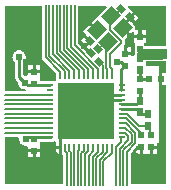
<source format=gtl>
%FSLAX24Y24*%
%MOIN*%
G70*
G01*
G75*
G04 Layer_Physical_Order=1*
G04 Layer_Color=255*
%ADD10R,0.0197X0.0256*%
%ADD11R,0.0197X0.0236*%
%ADD12R,0.0236X0.0197*%
%ADD13R,0.0400X0.0370*%
G04:AMPARAMS|DCode=14|XSize=47.2mil|YSize=43.3mil|CornerRadius=0mil|HoleSize=0mil|Usage=FLASHONLY|Rotation=225.000|XOffset=0mil|YOffset=0mil|HoleType=Round|Shape=Rectangle|*
%AMROTATEDRECTD14*
4,1,4,0.0014,0.0320,0.0320,0.0014,-0.0014,-0.0320,-0.0320,-0.0014,0.0014,0.0320,0.0*
%
%ADD14ROTATEDRECTD14*%

%ADD15O,0.0256X0.0079*%
%ADD16O,0.0079X0.0256*%
%ADD17R,0.1850X0.1850*%
G04:AMPARAMS|DCode=18|XSize=19.7mil|YSize=23.6mil|CornerRadius=0mil|HoleSize=0mil|Usage=FLASHONLY|Rotation=225.000|XOffset=0mil|YOffset=0mil|HoleType=Round|Shape=Rectangle|*
%AMROTATEDRECTD18*
4,1,4,-0.0014,0.0153,0.0153,-0.0014,0.0014,-0.0153,-0.0153,0.0014,-0.0014,0.0153,0.0*
%
%ADD18ROTATEDRECTD18*%

%ADD19C,0.0370*%
%ADD20C,0.0080*%
%ADD21C,0.0090*%
%ADD22C,0.0060*%
%ADD23C,0.0240*%
%ADD24C,0.0260*%
G36*
X2670Y2169D02*
X2517D01*
X2510Y2170D01*
X1948D01*
Y2269D01*
X1988D01*
Y2437D01*
X1592D01*
Y2269D01*
X1632D01*
Y1982D01*
X1631Y1979D01*
X1626Y1952D01*
X1625Y1924D01*
X1626Y1897D01*
X1626Y1897D01*
D01*
X1597Y1860D01*
X1488D01*
Y1867D01*
X1290D01*
Y1967D01*
X1488D01*
Y2135D01*
X1275D01*
X1256Y2181D01*
X1262Y2188D01*
X1276Y2203D01*
X1286Y2221D01*
X1294Y2240D01*
X1294Y2240D01*
X1294Y2240D01*
Y2240D01*
X1299Y2260D01*
X1300Y2280D01*
Y2360D01*
X1299Y2380D01*
X1295Y2396D01*
X1294Y2400D01*
X1292Y2405D01*
X1410Y2523D01*
X1186Y2746D01*
X1257Y2817D01*
X1481Y2593D01*
X1545Y2658D01*
X1592Y2639D01*
Y2537D01*
X1740D01*
Y2705D01*
X1658D01*
X1639Y2751D01*
X1683Y2796D01*
X1558Y2921D01*
X1578Y2941D01*
X1424Y3095D01*
X1459Y3131D01*
X1424Y3166D01*
X1564Y3306D01*
X1445Y3425D01*
X1389Y3482D01*
X1408Y3528D01*
X2670D01*
Y2169D01*
D02*
G37*
G36*
Y1288D02*
X2547D01*
Y1090D01*
Y892D01*
X2670D01*
Y-2430D01*
X1500D01*
Y-1396D01*
X1595Y-1301D01*
X1642Y-1321D01*
Y-1415D01*
X1790D01*
Y-1197D01*
X1890D01*
Y-1415D01*
X2120D01*
Y-1197D01*
X2170D01*
Y-1147D01*
X2368D01*
Y-1070D01*
X2430D01*
Y892D01*
X2447D01*
Y1090D01*
Y1288D01*
X2430D01*
Y1500D01*
X1990D01*
Y1679D01*
X2510D01*
X2517Y1679D01*
X2670D01*
Y1288D01*
D02*
G37*
G36*
X-1470Y1800D02*
X-1469Y1780D01*
X-1464Y1760D01*
X-1459Y1749D01*
X-1456Y1741D01*
X-1445Y1724D01*
X-1432Y1708D01*
X-1006Y1282D01*
X-1006Y1280D01*
Y1102D01*
X-1004Y1080D01*
X-999Y1059D01*
X-999Y1059D01*
X-999Y1059D01*
X-998Y1025D01*
X-1025D01*
Y998D01*
X-1059Y999D01*
X-1059Y999D01*
X-1059Y999D01*
X-1080Y1004D01*
X-1102Y1006D01*
X-1152D01*
X-1168Y1010D01*
X-1191Y1012D01*
X-1522D01*
Y1097D01*
Y1265D01*
X-1918D01*
Y1236D01*
X-1952Y1168D01*
X-1959Y1163D01*
X-1982Y1171D01*
X-2011Y1177D01*
X-2040Y1179D01*
X-2048Y1178D01*
X-2084Y1212D01*
Y1653D01*
X-2074Y1662D01*
X-2055Y1684D01*
X-2039Y1708D01*
X-2026Y1734D01*
X-2017Y1761D01*
X-2011Y1789D01*
X-2009Y1818D01*
X-2011Y1847D01*
X-2017Y1875D01*
X-2026Y1902D01*
X-2039Y1928D01*
X-2055Y1952D01*
X-2074Y1974D01*
X-2095Y1993D01*
X-2119Y2009D01*
X-2145Y2022D01*
X-2172Y2031D01*
X-2201Y2037D01*
X-2230Y2039D01*
X-2258Y2037D01*
X-2287Y2031D01*
X-2314Y2022D01*
X-2340Y2009D01*
X-2364Y1993D01*
X-2385Y1974D01*
X-2404Y1952D01*
X-2420Y1928D01*
X-2433Y1902D01*
X-2442Y1875D01*
X-2448Y1847D01*
X-2450Y1818D01*
X-2448Y1789D01*
X-2442Y1761D01*
X-2433Y1734D01*
X-2420Y1708D01*
X-2404Y1684D01*
X-2385Y1662D01*
X-2375Y1653D01*
Y1148D01*
X-2375Y1148D01*
X-2375D01*
X-2373Y1125D01*
X-2368Y1103D01*
X-2359Y1082D01*
X-2347Y1063D01*
X-2332Y1045D01*
X-2259Y972D01*
X-2260Y958D01*
X-2258Y929D01*
X-2252Y901D01*
X-2243Y874D01*
X-2230Y848D01*
X-2214Y824D01*
X-2195Y802D01*
X-2174Y783D01*
X-2150Y767D01*
X-2124Y754D01*
X-2097Y745D01*
X-2068Y740D01*
X-2040Y738D01*
X-2035Y738D01*
X-2002Y700D01*
X-2006Y680D01*
X-2699D01*
Y3528D01*
X-1470D01*
Y1800D01*
D02*
G37*
G36*
X-2226Y-878D02*
X-2229Y-891D01*
X-2230Y-920D01*
X-2229Y-949D01*
X-2223Y-977D01*
X-2214Y-1004D01*
X-2201Y-1030D01*
X-2185Y-1054D01*
X-2166Y-1076D01*
X-2144Y-1095D01*
X-2120Y-1111D01*
X-2094Y-1124D01*
X-2067Y-1133D01*
X-2039Y-1139D01*
X-2010Y-1140D01*
X-1981Y-1139D01*
X-1957Y-1134D01*
X-1951Y-1139D01*
X-1918Y-1235D01*
Y-1267D01*
X-1522D01*
Y-1141D01*
Y-1012D01*
X-1181D01*
X-1158Y-1010D01*
X-1142Y-1006D01*
X-1102D01*
X-1080Y-1004D01*
X-1059Y-999D01*
X-1059Y-999D01*
X-1059Y-999D01*
X-1025Y-998D01*
Y-1025D01*
X-998D01*
D01*
X-999Y-1059D01*
X-999Y-1059D01*
X-999Y-1059D01*
X-1004Y-1080D01*
X-1006Y-1102D01*
Y-1141D01*
X-866D01*
Y-1191D01*
X-848D01*
Y-1280D01*
X-847Y-1301D01*
X-842Y-1323D01*
X-838Y-1332D01*
X-837Y-1338D01*
X-833Y-1358D01*
X-825Y-1376D01*
X-816Y-1391D01*
Y-1410D01*
X-805Y-1405D01*
X-801Y-1409D01*
X-760Y-1450D01*
Y-2430D01*
X-2699D01*
Y-839D01*
X-2258D01*
X-2226Y-878D01*
D02*
G37*
G36*
X694Y3482D02*
X372Y3160D01*
Y3160D01*
X170Y2957D01*
X394Y2734D01*
X323Y2663D01*
X99Y2887D01*
X-103Y2684D01*
X22Y2559D01*
X12Y2549D01*
X166Y2395D01*
X131Y2359D01*
X166Y2324D01*
X26Y2184D01*
X56Y2153D01*
X32Y2129D01*
X186Y1975D01*
X115Y1904D01*
X-39Y2058D01*
X-47Y2050D01*
X-250Y2252D01*
Y3528D01*
X675D01*
X694Y3482D01*
D02*
G37*
%LPC*%
G36*
X-1770Y-1367D02*
X-1918D01*
Y-1535D01*
X-1770D01*
Y-1367D01*
D02*
G37*
G36*
X2368Y-1247D02*
X2220D01*
Y-1415D01*
X2368D01*
Y-1247D01*
D02*
G37*
G36*
X-1522Y-1367D02*
X-1670D01*
Y-1535D01*
X-1522D01*
Y-1367D01*
D02*
G37*
G36*
X-916Y-1241D02*
X-1006D01*
Y-1280D01*
X-1004Y-1301D01*
X-999Y-1323D01*
X-991Y-1343D01*
X-979Y-1362D01*
X-965Y-1378D01*
X-948Y-1393D01*
X-930Y-1404D01*
X-916Y-1410D01*
Y-1241D01*
D02*
G37*
G36*
X1988Y2705D02*
X1840D01*
Y2537D01*
X1988D01*
Y2705D01*
D02*
G37*
G36*
X1635Y3236D02*
X1530Y3131D01*
X1649Y3012D01*
X1754Y3117D01*
X1635Y3236D01*
D02*
G37*
G36*
X-59Y2478D02*
X-164Y2373D01*
X-45Y2254D01*
X60Y2359D01*
X-59Y2478D01*
D02*
G37*
G36*
X-1770Y1533D02*
X-1918D01*
Y1365D01*
X-1770D01*
Y1533D01*
D02*
G37*
G36*
X-1522D02*
X-1670D01*
Y1365D01*
X-1522D01*
Y1533D01*
D02*
G37*
%LPD*%
D10*
X1790Y1767D02*
D03*
Y1393D02*
D03*
X2070Y-103D02*
D03*
Y-477D02*
D03*
X1790Y347D02*
D03*
Y-27D02*
D03*
D11*
Y2487D02*
D03*
Y2093D02*
D03*
Y1067D02*
D03*
Y673D02*
D03*
X2170Y-1197D02*
D03*
Y-803D02*
D03*
X1840D02*
D03*
Y-1197D02*
D03*
X-1720Y-923D02*
D03*
Y-1317D02*
D03*
X1290Y1523D02*
D03*
Y1917D02*
D03*
X-1720Y921D02*
D03*
Y1315D02*
D03*
D12*
X2497Y1090D02*
D03*
X2103D02*
D03*
D13*
X2510Y1924D02*
D03*
D14*
X1221Y2782D02*
D03*
X832Y3171D02*
D03*
X748Y2308D02*
D03*
X358Y2698D02*
D03*
D15*
X-1191Y866D02*
D03*
Y709D02*
D03*
Y551D02*
D03*
Y394D02*
D03*
Y236D02*
D03*
Y79D02*
D03*
Y-79D02*
D03*
Y-236D02*
D03*
Y-394D02*
D03*
Y-551D02*
D03*
Y-709D02*
D03*
Y-866D02*
D03*
X1191D02*
D03*
Y-709D02*
D03*
Y-551D02*
D03*
Y-394D02*
D03*
Y-236D02*
D03*
Y-79D02*
D03*
Y79D02*
D03*
Y236D02*
D03*
Y394D02*
D03*
Y551D02*
D03*
Y709D02*
D03*
Y866D02*
D03*
D16*
X-866Y-1191D02*
D03*
X-709D02*
D03*
X-551D02*
D03*
X-394D02*
D03*
X-236D02*
D03*
X-79D02*
D03*
X79D02*
D03*
X236D02*
D03*
X394D02*
D03*
X551D02*
D03*
X709D02*
D03*
X866D02*
D03*
Y1191D02*
D03*
X709D02*
D03*
X551D02*
D03*
X394D02*
D03*
X236D02*
D03*
X79D02*
D03*
X-79D02*
D03*
X-236D02*
D03*
X-394D02*
D03*
X-551D02*
D03*
X-709D02*
D03*
X-866D02*
D03*
D17*
X0Y0D02*
D03*
D18*
X429Y1661D02*
D03*
X151Y1939D02*
D03*
X409Y2081D02*
D03*
X131Y2359D02*
D03*
X1181Y3409D02*
D03*
X1459Y3131D02*
D03*
D19*
X1870Y1924D02*
X2510D01*
D20*
X1766Y-477D02*
X2070D01*
X2120Y-803D02*
Y-527D01*
X2070Y-477D02*
X2120Y-527D01*
X1368Y-79D02*
X1766Y-477D01*
X1181Y-79D02*
X1368D01*
X429Y1661D02*
X551Y1539D01*
Y1181D02*
Y1539D01*
D21*
X1790Y2487D02*
Y2840D01*
X1866Y-103D02*
X2070D01*
X1679Y236D02*
X1790Y347D01*
X1684Y79D02*
X1866Y-103D01*
X1790Y347D02*
Y683D01*
X1181Y236D02*
X1679D01*
X1181Y79D02*
X1684D01*
X1793Y1070D02*
X2133D01*
X1790Y1067D02*
Y1393D01*
X-866Y-866D02*
X0Y0D01*
X-866Y-1181D02*
Y-866D01*
X551Y551D02*
X1181D01*
X394Y394D02*
X1181D01*
X1181Y1414D02*
X1290Y1523D01*
X1181Y709D02*
Y1414D01*
X-1996Y-866D02*
X-1181D01*
X1221Y2782D02*
Y2893D01*
X1459Y3131D01*
X1020Y1650D02*
X1163D01*
X1290Y1523D01*
X1221Y2782D02*
X1410Y2593D01*
X1706Y-1197D02*
X1840D01*
X1590Y-1313D02*
X1706Y-1197D01*
X1590Y-1420D02*
Y-1313D01*
X-2040Y958D02*
X-1948Y866D01*
X-1191D01*
X-2230Y1148D02*
X-2040Y958D01*
X-2230Y1148D02*
Y1818D01*
X-866Y-1438D02*
Y-1191D01*
X-890Y-1462D02*
X-866Y-1438D01*
X1290Y1917D02*
Y2150D01*
X1410Y2250D02*
X1420D01*
X1390D02*
X1410D01*
X1290Y2150D02*
X1390Y2250D01*
X1410D02*
Y2593D01*
D22*
X-2700Y-709D02*
X-1181D01*
X-2700Y-551D02*
X-1181D01*
X-2700Y-394D02*
X-1181D01*
X-2700Y-236D02*
X-1181D01*
X-2700Y-79D02*
X-1181D01*
X-2700Y79D02*
X-1181D01*
X-2700Y236D02*
X-1181D01*
X-2700Y394D02*
X-1181D01*
X1181Y-1022D02*
Y-866D01*
X1010Y-2440D02*
Y-1193D01*
X1181Y-1022D01*
X1130Y-2440D02*
Y-1243D01*
X1250Y-2440D02*
Y-1293D01*
X1370Y-2440D02*
Y-1342D01*
X-709Y1181D02*
Y1339D01*
X-551Y1181D02*
Y1351D01*
X-394Y1181D02*
Y1363D01*
X-236Y1181D02*
Y1375D01*
X-79Y1181D02*
Y1388D01*
X79Y1181D02*
Y1400D01*
X236Y1181D02*
Y1412D01*
X394Y1181D02*
Y1424D01*
X-866Y1181D02*
Y1326D01*
X-1340Y1800D02*
X-866Y1326D01*
X-1340Y1800D02*
Y3533D01*
X-1220Y1850D02*
X-709Y1339D01*
X-1220Y1850D02*
Y3533D01*
X-1100Y1900D02*
X-551Y1351D01*
X-1100Y1900D02*
Y3533D01*
X-980Y1949D02*
X-394Y1363D01*
X-980Y1949D02*
Y3533D01*
X-860Y1999D02*
X-236Y1375D01*
X-860Y1999D02*
Y3533D01*
X-740Y2049D02*
X-79Y1388D01*
X-740Y2049D02*
Y3533D01*
X-620Y2099D02*
X79Y1400D01*
X-620Y2099D02*
Y3533D01*
X-500Y2148D02*
X236Y1412D01*
X-500Y2148D02*
Y3533D01*
X-380Y2198D02*
X394Y1424D01*
X-380Y2198D02*
Y3533D01*
X810Y2720D02*
X1170Y2360D01*
X810Y2720D02*
Y3038D01*
X1181Y3409D01*
X409Y2081D02*
X618Y2290D01*
X1170Y2280D02*
Y2360D01*
X618Y2290D02*
X709D01*
X709Y1191D02*
Y1411D01*
X709Y1181D02*
Y1191D01*
Y2269D02*
Y2290D01*
Y2269D02*
X748Y2308D01*
X681Y2241D02*
X709Y2269D01*
X681Y1439D02*
X709Y1411D01*
X681Y1439D02*
Y2241D01*
X866Y1191D02*
Y1424D01*
X801Y1489D02*
X866Y1424D01*
X801Y1489D02*
Y1911D01*
X1170Y2280D01*
X1181Y-709D02*
X1305D01*
X1409Y-964D02*
Y-813D01*
X1130Y-1243D02*
X1409Y-964D01*
X1305Y-709D02*
X1409Y-813D01*
X1181Y-551D02*
X1317D01*
X1250Y-1293D02*
X1529Y-1014D01*
Y-763D01*
X1317Y-551D02*
X1529Y-763D01*
X1181Y-394D02*
X1329D01*
X1370Y-1342D02*
X1649Y-1064D01*
Y-713D01*
X1329Y-394D02*
X1649Y-713D01*
X1181Y-236D02*
X1342D01*
X1840Y-735D01*
Y-803D02*
Y-735D01*
X-2700Y550D02*
X-1220D01*
X-394Y-1191D02*
Y-1181D01*
X-79Y-1191D02*
Y-1181D01*
X79Y-1321D02*
Y-1191D01*
X79D02*
Y-1181D01*
X236Y-1333D02*
Y-1191D01*
X236D02*
Y-1181D01*
X394Y-1346D02*
Y-1191D01*
X394D02*
Y-1181D01*
X220Y-1519D02*
X394Y-1346D01*
X220Y-2440D02*
Y-1519D01*
X551Y-1358D02*
Y-1191D01*
X340Y-2440D02*
Y-1569D01*
X551Y-1191D02*
Y-1181D01*
X340Y-1569D02*
X551Y-1358D01*
X709Y-1371D02*
Y-1191D01*
X460Y-2440D02*
Y-1619D01*
X709Y-1191D02*
Y-1181D01*
X460Y-1619D02*
X709Y-1371D01*
X866Y-1383D02*
Y-1191D01*
X866D02*
Y-1181D01*
X580Y-2440D02*
Y-1669D01*
X866Y-1383D01*
X-79Y-1308D02*
Y-1191D01*
X91Y-2440D02*
Y-1478D01*
X236Y-1333D01*
X-29Y-2440D02*
Y-1428D01*
X79Y-1321D01*
X-150Y-2440D02*
Y-1379D01*
X-79Y-1308D01*
X-270Y-1329D02*
X-236Y-1296D01*
X-270Y-2440D02*
Y-1329D01*
X-236Y-1296D02*
Y-1191D01*
X-394Y-1278D02*
Y-1191D01*
Y-1278D02*
X-390Y-1282D01*
Y-2440D02*
Y-1282D01*
X-551Y-1305D02*
Y-1191D01*
Y-1305D02*
X-510Y-1347D01*
Y-2440D02*
Y-1347D01*
X-709Y-1317D02*
Y-1191D01*
Y-1317D02*
X-630Y-1396D01*
Y-2440D02*
Y-1396D01*
X-709Y-1191D02*
Y-1181D01*
D23*
X2550Y-1480D02*
D03*
X1620Y-1480D02*
D03*
X2550Y1550D02*
D03*
Y2290D02*
D03*
Y700D02*
D03*
X1730Y2880D02*
D03*
X-2580Y2130D02*
D03*
X2070Y3400D02*
D03*
X-2580Y3410D02*
D03*
X-2020Y-1320D02*
D03*
X1410Y2250D02*
D03*
X-1120Y-1200D02*
D03*
X1020Y1650D02*
D03*
X-70Y2190D02*
D03*
X-2010Y-920D02*
D03*
X-1590Y2130D02*
D03*
X40Y2980D02*
D03*
X-1590Y3410D02*
D03*
X-2580Y-2310D02*
D03*
X-2580Y-960D02*
D03*
X-1230Y1208D02*
D03*
X-2040Y958D02*
D03*
X-2230Y1818D02*
D03*
X-1990Y1638D02*
D03*
X-2580Y808D02*
D03*
X-880Y-2310D02*
D03*
X1620D02*
D03*
X2550D02*
D03*
D24*
X-709Y709D02*
D03*
X-236D02*
D03*
X236D02*
D03*
X709D02*
D03*
X-709Y236D02*
D03*
X-236D02*
D03*
X236D02*
D03*
X709D02*
D03*
X-709Y-236D02*
D03*
X-236D02*
D03*
X236D02*
D03*
X709D02*
D03*
X-709Y-709D02*
D03*
X-236D02*
D03*
X236D02*
D03*
X709D02*
D03*
M02*

</source>
